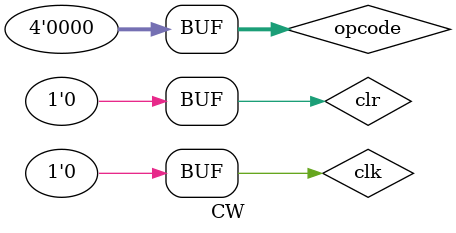
<source format=v>
`timescale 1ns / 1ps


module CW;

	// Inputs
	reg clk;
	reg clr;
	reg [3:0] opcode;

	// Outputs
	wire [11:0] cntrl_bus;

	// Instantiate the Unit Under Test (UUT)
	controlword uut (
		.clk(clk), 
		.clr(clr), 
		.cntrl_bus(cntrl_bus), 
		.opcode(opcode)
	);

	initial begin
		// Initialize Inputs
		clk = 0;
		clr = 0;
		opcode = 0;

		// Wait 100 ns for global reset to finish
		#100;
        
		// Add stimulus here

	end
      
endmodule


</source>
